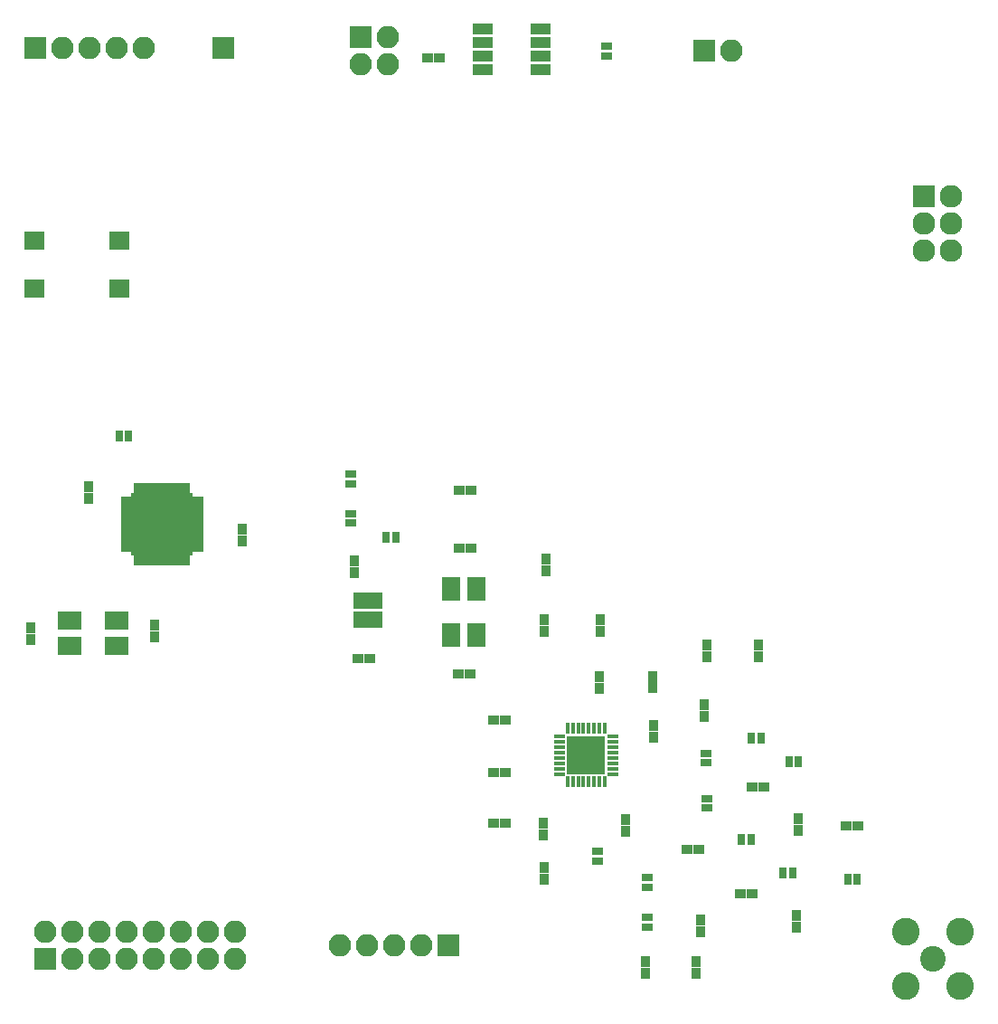
<source format=gts>
G04 #@! TF.FileFunction,Soldermask,Top*
%FSLAX46Y46*%
G04 Gerber Fmt 4.6, Leading zero omitted, Abs format (unit mm)*
G04 Created by KiCad (PCBNEW 4.0.6) date Monday, 03 July 2017 'AMt' 09:42:41*
%MOMM*%
%LPD*%
G01*
G04 APERTURE LIST*
%ADD10C,0.100000*%
%ADD11C,2.600000*%
%ADD12C,2.400000*%
%ADD13R,0.900000X1.000000*%
%ADD14R,1.000000X0.900000*%
%ADD15R,2.127200X2.127200*%
%ADD16O,2.127200X2.127200*%
%ADD17R,2.100000X2.100000*%
%ADD18O,2.100000X2.100000*%
%ADD19R,1.000000X0.800000*%
%ADD20R,0.800000X1.000000*%
%ADD21R,1.765000X1.765000*%
%ADD22R,1.950000X1.000000*%
%ADD23R,0.990000X0.420000*%
%ADD24R,0.420000X0.990000*%
%ADD25C,0.740000*%
%ADD26R,3.650000X3.650000*%
%ADD27R,1.400000X1.550000*%
%ADD28R,2.200860X1.799540*%
%ADD29R,1.799540X2.200860*%
%ADD30R,1.950000X1.700000*%
G04 APERTURE END LIST*
D10*
D11*
X216970000Y-140120000D03*
X216970000Y-135040000D03*
X222050000Y-135040000D03*
X222050000Y-140120000D03*
D12*
X219510000Y-137580000D03*
D13*
X135020000Y-106595000D03*
X135020000Y-107695000D03*
X146620000Y-107490000D03*
X146620000Y-106390000D03*
D14*
X172150000Y-53320000D03*
X173250000Y-53320000D03*
X165687500Y-109512500D03*
X166787500Y-109512500D03*
X179475000Y-115225000D03*
X178375000Y-115225000D03*
X179450000Y-120150000D03*
X178350000Y-120150000D03*
D13*
X165287500Y-101437500D03*
X165287500Y-100337500D03*
D14*
X179475000Y-124875000D03*
X178375000Y-124875000D03*
X175062500Y-110912500D03*
X176162500Y-110912500D03*
X176237500Y-99187500D03*
X175137500Y-99187500D03*
D13*
X183225000Y-101250000D03*
X183225000Y-100150000D03*
D14*
X176262500Y-93787500D03*
X175162500Y-93787500D03*
D13*
X183050000Y-126000000D03*
X183050000Y-124900000D03*
X183075000Y-105850000D03*
X183075000Y-106950000D03*
X188325000Y-105850000D03*
X188325000Y-106950000D03*
X183075000Y-130175000D03*
X183075000Y-129075000D03*
X188275000Y-111175000D03*
X188275000Y-112275000D03*
X190675000Y-125700000D03*
X190675000Y-124600000D03*
X193250000Y-111150000D03*
X193250000Y-112250000D03*
X193375000Y-116825000D03*
X193375000Y-115725000D03*
X192600000Y-137850000D03*
X192600000Y-138950000D03*
X198300000Y-108225000D03*
X198300000Y-109325000D03*
X203125000Y-109350000D03*
X203125000Y-108250000D03*
D14*
X196475000Y-127400000D03*
X197575000Y-127400000D03*
D13*
X197700000Y-133950000D03*
X197700000Y-135050000D03*
X197325000Y-137850000D03*
X197325000Y-138950000D03*
D14*
X201500000Y-131475000D03*
X202600000Y-131475000D03*
D13*
X198100000Y-113775000D03*
X198100000Y-114875000D03*
D14*
X203650000Y-121550000D03*
X202550000Y-121550000D03*
D13*
X206875000Y-124450000D03*
X206875000Y-125550000D03*
X206700000Y-133525000D03*
X206700000Y-134625000D03*
D14*
X211400000Y-125200000D03*
X212500000Y-125200000D03*
D13*
X140430000Y-93390000D03*
X140430000Y-94490000D03*
X154840000Y-97360000D03*
X154840000Y-98460000D03*
D15*
X218650000Y-66250000D03*
D16*
X221190000Y-66250000D03*
X218650000Y-68790000D03*
X221190000Y-68790000D03*
X218650000Y-71330000D03*
X221190000Y-71330000D03*
D17*
X153075000Y-52350000D03*
X136350000Y-137575000D03*
D18*
X136350000Y-135035000D03*
X138890000Y-137575000D03*
X138890000Y-135035000D03*
X141430000Y-137575000D03*
X141430000Y-135035000D03*
X143970000Y-137575000D03*
X143970000Y-135035000D03*
X146510000Y-137575000D03*
X146510000Y-135035000D03*
X149050000Y-137575000D03*
X149050000Y-135035000D03*
X151590000Y-137575000D03*
X151590000Y-135035000D03*
X154130000Y-137575000D03*
X154130000Y-135035000D03*
D19*
X192775000Y-130925000D03*
X192775000Y-130025000D03*
D20*
X201550000Y-126450000D03*
X202450000Y-126450000D03*
D19*
X198275000Y-118375000D03*
X198275000Y-119275000D03*
D20*
X203375000Y-116950000D03*
X202475000Y-116950000D03*
D19*
X198300000Y-122600000D03*
X198300000Y-123500000D03*
D20*
X205475000Y-129575000D03*
X206375000Y-129575000D03*
X206000000Y-119125000D03*
X206900000Y-119125000D03*
X211500000Y-130175000D03*
X212400000Y-130175000D03*
D17*
X165925000Y-51325000D03*
D18*
X168465000Y-51325000D03*
X165925000Y-53865000D03*
X168465000Y-53865000D03*
D17*
X135400000Y-52350000D03*
D18*
X137940000Y-52350000D03*
X140480000Y-52350000D03*
X143020000Y-52350000D03*
X145560000Y-52350000D03*
D17*
X174150000Y-136350000D03*
D18*
X171610000Y-136350000D03*
X169070000Y-136350000D03*
X166530000Y-136350000D03*
X163990000Y-136350000D03*
D19*
X188930000Y-53090000D03*
X188930000Y-52190000D03*
X164987500Y-96812500D03*
X164987500Y-95912500D03*
D20*
X168312500Y-98112500D03*
X169212500Y-98112500D03*
D19*
X164987500Y-93137500D03*
X164987500Y-92237500D03*
X188075000Y-127525000D03*
X188075000Y-128425000D03*
X192775000Y-133725000D03*
X192775000Y-134625000D03*
D20*
X143280000Y-88700000D03*
X144180000Y-88700000D03*
D19*
X143955000Y-94640000D03*
X143955000Y-95290000D03*
X143955000Y-95940000D03*
X143955000Y-96590000D03*
X143955000Y-97240000D03*
X143955000Y-97890000D03*
X143955000Y-98540000D03*
X143955000Y-99190000D03*
D20*
X145030000Y-100265000D03*
X145680000Y-100265000D03*
X146330000Y-100265000D03*
X146980000Y-100265000D03*
X147630000Y-100265000D03*
X148280000Y-100265000D03*
X148930000Y-100265000D03*
X149580000Y-100265000D03*
D19*
X150655000Y-99190000D03*
X150655000Y-98540000D03*
X150655000Y-97890000D03*
X150655000Y-97240000D03*
X150655000Y-96590000D03*
X150655000Y-95940000D03*
X150655000Y-95290000D03*
X150655000Y-94640000D03*
D20*
X149580000Y-93565000D03*
X148930000Y-93565000D03*
X148280000Y-93565000D03*
X147630000Y-93565000D03*
X146980000Y-93565000D03*
X146330000Y-93565000D03*
X145680000Y-93565000D03*
X145030000Y-93565000D03*
D21*
X149352500Y-98962500D03*
X149352500Y-97597500D03*
X149352500Y-96232500D03*
X149352500Y-94867500D03*
X147987500Y-98962500D03*
X147987500Y-97597500D03*
X147987500Y-96232500D03*
X147987500Y-94867500D03*
X146622500Y-98962500D03*
X146622500Y-97597500D03*
X146622500Y-96232500D03*
X146622500Y-94867500D03*
X145257500Y-98962500D03*
X145257500Y-97597500D03*
X145257500Y-96232500D03*
X145257500Y-94867500D03*
D22*
X177350000Y-50595000D03*
X177350000Y-51865000D03*
X177350000Y-53135000D03*
X177350000Y-54405000D03*
X182750000Y-54405000D03*
X182750000Y-53135000D03*
X182750000Y-51865000D03*
X182750000Y-50595000D03*
D23*
X184525000Y-116800000D03*
X184525000Y-117300000D03*
X184525000Y-117800000D03*
X184525000Y-118300000D03*
X184525000Y-118800000D03*
X184525000Y-119300000D03*
X184525000Y-119800000D03*
X184525000Y-120300000D03*
D24*
X185275000Y-121050000D03*
X185775000Y-121050000D03*
X186275000Y-121050000D03*
X186775000Y-121050000D03*
X187275000Y-121050000D03*
X187775000Y-121050000D03*
X188275000Y-121050000D03*
X188775000Y-121050000D03*
D23*
X189525000Y-120300000D03*
X189525000Y-119800000D03*
X189525000Y-119300000D03*
X189525000Y-118800000D03*
X189525000Y-118300000D03*
X189525000Y-117800000D03*
X189525000Y-117300000D03*
X189525000Y-116800000D03*
D24*
X188775000Y-116050000D03*
X188275000Y-116050000D03*
X187775000Y-116050000D03*
X187275000Y-116050000D03*
X186775000Y-116050000D03*
X186275000Y-116050000D03*
X185775000Y-116050000D03*
X185275000Y-116050000D03*
D25*
X185925000Y-117450000D03*
X185925000Y-118550000D03*
X185925000Y-119650000D03*
X187025000Y-117450000D03*
X187025000Y-118550000D03*
X187025000Y-119650000D03*
X188125000Y-117450000D03*
X188125000Y-118550000D03*
X188125000Y-119650000D03*
D26*
X187025000Y-118550000D03*
D27*
X167287500Y-105862500D03*
X167287500Y-104112500D03*
X165887500Y-104112500D03*
X165887500Y-105862500D03*
D28*
X143024640Y-105926120D03*
X138625360Y-105926120D03*
X138625360Y-108323880D03*
X143024640Y-108323880D03*
D29*
X176761380Y-107337140D03*
X176761380Y-102937860D03*
X174363620Y-102937860D03*
X174363620Y-107337140D03*
D17*
X198070000Y-52630000D03*
D18*
X200610000Y-52630000D03*
D30*
X135335000Y-70390000D03*
X143285000Y-70390000D03*
X135335000Y-74890000D03*
X143285000Y-74890000D03*
M02*

</source>
